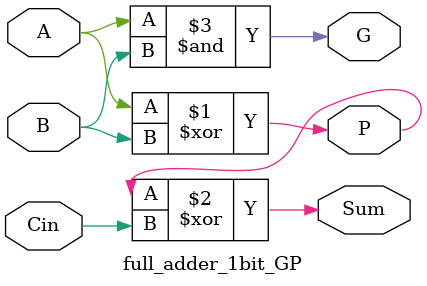
<source format=v>
module full_adder_1bit_GP ( Sum, G, P, Cin, A, B );
   input  Cin, A, B;
   output Sum, G, P;

   assign P = A ^ B,

          Sum = P ^ Cin,
          G = A & B;

endmodule

</source>
